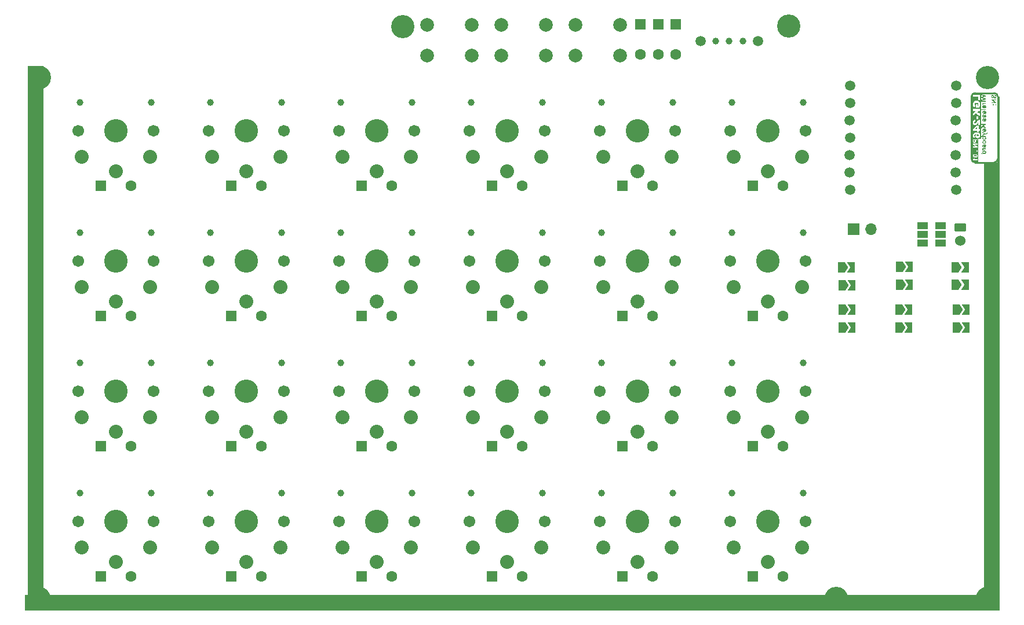
<source format=gbs>
%TF.GenerationSoftware,KiCad,Pcbnew,8.0.1*%
%TF.CreationDate,2024-04-24T14:47:18+09:00*%
%TF.ProjectId,LegionKeys,4c656769-6f6e-44b6-9579-732e6b696361,rev?*%
%TF.SameCoordinates,Original*%
%TF.FileFunction,Soldermask,Bot*%
%TF.FilePolarity,Negative*%
%FSLAX46Y46*%
G04 Gerber Fmt 4.6, Leading zero omitted, Abs format (unit mm)*
G04 Created by KiCad (PCBNEW 8.0.1) date 2024-04-24 14:47:18*
%MOMM*%
%LPD*%
G01*
G04 APERTURE LIST*
G04 Aperture macros list*
%AMRoundRect*
0 Rectangle with rounded corners*
0 $1 Rounding radius*
0 $2 $3 $4 $5 $6 $7 $8 $9 X,Y pos of 4 corners*
0 Add a 4 corners polygon primitive as box body*
4,1,4,$2,$3,$4,$5,$6,$7,$8,$9,$2,$3,0*
0 Add four circle primitives for the rounded corners*
1,1,$1+$1,$2,$3*
1,1,$1+$1,$4,$5*
1,1,$1+$1,$6,$7*
1,1,$1+$1,$8,$9*
0 Add four rect primitives between the rounded corners*
20,1,$1+$1,$2,$3,$4,$5,0*
20,1,$1+$1,$4,$5,$6,$7,0*
20,1,$1+$1,$6,$7,$8,$9,0*
20,1,$1+$1,$8,$9,$2,$3,0*%
%AMFreePoly0*
4,1,6,1.000000,0.000000,0.500000,-0.750000,-0.500000,-0.750000,-0.500000,0.750000,0.500000,0.750000,1.000000,0.000000,1.000000,0.000000,$1*%
%AMFreePoly1*
4,1,6,0.500000,-0.750000,-0.650000,-0.750000,-0.150000,0.000000,-0.650000,0.750000,0.500000,0.750000,0.500000,-0.750000,0.500000,-0.750000,$1*%
G04 Aperture macros list end*
%ADD10C,0.100000*%
%ADD11C,0.150000*%
%ADD12C,0.200000*%
%ADD13C,0.250000*%
%ADD14R,1.600000X1.600000*%
%ADD15C,1.600000*%
%ADD16C,1.701800*%
%ADD17C,0.990600*%
%ADD18C,3.429000*%
%ADD19C,2.032000*%
%ADD20C,1.500000*%
%ADD21C,3.400000*%
%ADD22RoundRect,0.250000X0.625000X-0.350000X0.625000X0.350000X-0.625000X0.350000X-0.625000X-0.350000X0*%
%ADD23C,1.524000*%
%ADD24C,1.000000*%
%ADD25R,1.700000X1.700000*%
%ADD26O,1.700000X1.700000*%
%ADD27C,2.000000*%
%ADD28R,1.500000X1.000000*%
%ADD29FreePoly0,0.000000*%
%ADD30FreePoly1,0.000000*%
G04 APERTURE END LIST*
D10*
X68360000Y-133180000D02*
X210730000Y-133180000D01*
X210730000Y-135380000D01*
X68360000Y-135380000D01*
X68360000Y-133180000D01*
G36*
X68360000Y-133180000D02*
G01*
X210730000Y-133180000D01*
X210730000Y-135380000D01*
X68360000Y-135380000D01*
X68360000Y-133180000D01*
G37*
X210450000Y-60350000D02*
X210750000Y-60350000D01*
X210750000Y-70000000D01*
X210450000Y-70000000D01*
X210450000Y-60350000D01*
G36*
X210450000Y-60350000D02*
G01*
X210750000Y-60350000D01*
X210750000Y-70000000D01*
X210450000Y-70000000D01*
X210450000Y-60350000D01*
G37*
X68780000Y-55780000D02*
X70980000Y-55780000D01*
X70980000Y-135370000D01*
X68780000Y-135370000D01*
X68780000Y-55780000D01*
G36*
X68780000Y-55780000D02*
G01*
X70980000Y-55780000D01*
X70980000Y-135370000D01*
X68780000Y-135370000D01*
X68780000Y-55780000D01*
G37*
X208540000Y-69930000D02*
X210740000Y-69930000D01*
X210740000Y-135380000D01*
X208540000Y-135380000D01*
X208540000Y-69930000D01*
G36*
X208540000Y-69930000D02*
G01*
X210740000Y-69930000D01*
X210740000Y-135380000D01*
X208540000Y-135380000D01*
X208540000Y-69930000D01*
G37*
D11*
G36*
X208806000Y-60121653D02*
G01*
X208094764Y-59953419D01*
X208094764Y-60099085D01*
X208583397Y-60205258D01*
X208094764Y-60334169D01*
X208094764Y-60503429D01*
X208591603Y-60627041D01*
X208094764Y-60735265D01*
X208094764Y-60878538D01*
X208806000Y-60707397D01*
X208806000Y-60556430D01*
X208274283Y-60415893D01*
X208806000Y-60276039D01*
X208806000Y-60121653D01*
G37*
G36*
X208215127Y-60937009D02*
G01*
X208094764Y-60937009D01*
X208094764Y-61072247D01*
X208215127Y-61072247D01*
X208215127Y-60937009D01*
G37*
G36*
X208806000Y-60937009D02*
G01*
X208291722Y-60937009D01*
X208291722Y-61072247D01*
X208806000Y-61072247D01*
X208806000Y-60937009D01*
G37*
G36*
X208806000Y-61338618D02*
G01*
X208806000Y-61203551D01*
X208291722Y-61203551D01*
X208291722Y-61329043D01*
X208364384Y-61329043D01*
X208335676Y-61348498D01*
X208308690Y-61371892D01*
X208296851Y-61386831D01*
X208283432Y-61419960D01*
X208280780Y-61445474D01*
X208284675Y-61479615D01*
X208296359Y-61512793D01*
X208308477Y-61534378D01*
X208434311Y-61492491D01*
X208418357Y-61461523D01*
X208412085Y-61429061D01*
X208418711Y-61395492D01*
X208427472Y-61380847D01*
X208456390Y-61359543D01*
X208483037Y-61349902D01*
X208520946Y-61343477D01*
X208555904Y-61340778D01*
X208592576Y-61339323D01*
X208627864Y-61338717D01*
X208651101Y-61338618D01*
X208806000Y-61338618D01*
G37*
G36*
X208591514Y-61552565D02*
G01*
X208627662Y-61557884D01*
X208661237Y-61566750D01*
X208697157Y-61581575D01*
X208729576Y-61601228D01*
X208754745Y-61622904D01*
X208779316Y-61653391D01*
X208797745Y-61688757D01*
X208808410Y-61721958D01*
X208814809Y-61758548D01*
X208816942Y-61798527D01*
X208815207Y-61833978D01*
X208808977Y-61871188D01*
X208798217Y-61904872D01*
X208780696Y-61938551D01*
X208765874Y-61958523D01*
X208739267Y-61984513D01*
X208707414Y-62005743D01*
X208674695Y-62020617D01*
X208652810Y-61885893D01*
X208676044Y-61876067D01*
X208702905Y-61853066D01*
X208712978Y-61833899D01*
X208718463Y-61799895D01*
X208717249Y-61782933D01*
X208706288Y-61749893D01*
X208683927Y-61721933D01*
X208656911Y-61703958D01*
X208623349Y-61693054D01*
X208587158Y-61689277D01*
X208587158Y-62027798D01*
X208577512Y-62027912D01*
X208540496Y-62027024D01*
X208497749Y-62022886D01*
X208458918Y-62015383D01*
X208424002Y-62004517D01*
X208387271Y-61987036D01*
X208356177Y-61964710D01*
X208342703Y-61951946D01*
X208319730Y-61923884D01*
X208302059Y-61892444D01*
X208289689Y-61857626D01*
X208282620Y-61819431D01*
X208281210Y-61793056D01*
X208379258Y-61793056D01*
X208379529Y-61800704D01*
X208388996Y-61835654D01*
X208410033Y-61863325D01*
X208431932Y-61878695D01*
X208465527Y-61890043D01*
X208499621Y-61893586D01*
X208499621Y-61691671D01*
X208476416Y-61692854D01*
X208441774Y-61701429D01*
X208411572Y-61720052D01*
X208403998Y-61727513D01*
X208385443Y-61757372D01*
X208379258Y-61793056D01*
X208281210Y-61793056D01*
X208280780Y-61785020D01*
X208281062Y-61772463D01*
X208285300Y-61736444D01*
X208294622Y-61702900D01*
X208309030Y-61671833D01*
X208328522Y-61643242D01*
X208353100Y-61617128D01*
X208372003Y-61601580D01*
X208403603Y-61582146D01*
X208439098Y-61567376D01*
X208478488Y-61557270D01*
X208514288Y-61552411D01*
X208552793Y-61550792D01*
X208591514Y-61552565D01*
G37*
G36*
X208806000Y-62135167D02*
G01*
X208094764Y-62135167D01*
X208094764Y-62270404D01*
X208806000Y-62270404D01*
X208806000Y-62135167D01*
G37*
G36*
X208591514Y-62369801D02*
G01*
X208627662Y-62375121D01*
X208661237Y-62383986D01*
X208697157Y-62398812D01*
X208729576Y-62418464D01*
X208754745Y-62440141D01*
X208779316Y-62470627D01*
X208797745Y-62505994D01*
X208808410Y-62539194D01*
X208814809Y-62575784D01*
X208816942Y-62615764D01*
X208815207Y-62651215D01*
X208808977Y-62688425D01*
X208798217Y-62722109D01*
X208780696Y-62755788D01*
X208765874Y-62775759D01*
X208739267Y-62801750D01*
X208707414Y-62822979D01*
X208674695Y-62837854D01*
X208652810Y-62703129D01*
X208676044Y-62693304D01*
X208702905Y-62670303D01*
X208712978Y-62651135D01*
X208718463Y-62617131D01*
X208717249Y-62600169D01*
X208706288Y-62567130D01*
X208683927Y-62539169D01*
X208656911Y-62521194D01*
X208623349Y-62510291D01*
X208587158Y-62506514D01*
X208587158Y-62845034D01*
X208577512Y-62845149D01*
X208540496Y-62844261D01*
X208497749Y-62840122D01*
X208458918Y-62832620D01*
X208424002Y-62821753D01*
X208387271Y-62804272D01*
X208356177Y-62781946D01*
X208342703Y-62769182D01*
X208319730Y-62741121D01*
X208302059Y-62709681D01*
X208289689Y-62674863D01*
X208282620Y-62636667D01*
X208281210Y-62610293D01*
X208379258Y-62610293D01*
X208379529Y-62617941D01*
X208388996Y-62652890D01*
X208410033Y-62680561D01*
X208431932Y-62695932D01*
X208465527Y-62707280D01*
X208499621Y-62710823D01*
X208499621Y-62508907D01*
X208476416Y-62510090D01*
X208441774Y-62518665D01*
X208411572Y-62537288D01*
X208403998Y-62544750D01*
X208385443Y-62574609D01*
X208379258Y-62610293D01*
X208281210Y-62610293D01*
X208280780Y-62602257D01*
X208281062Y-62589700D01*
X208285300Y-62553680D01*
X208294622Y-62520137D01*
X208309030Y-62489070D01*
X208328522Y-62460479D01*
X208353100Y-62434364D01*
X208372003Y-62418817D01*
X208403603Y-62399382D01*
X208439098Y-62384612D01*
X208478488Y-62374506D01*
X208514288Y-62369648D01*
X208552793Y-62368028D01*
X208591514Y-62369801D01*
G37*
G36*
X208663752Y-62904874D02*
G01*
X208641868Y-63040453D01*
X208674951Y-63053575D01*
X208698972Y-63075502D01*
X208713590Y-63107302D01*
X208718387Y-63143823D01*
X208718463Y-63149703D01*
X208715746Y-63185310D01*
X208704709Y-63219608D01*
X208699143Y-63228520D01*
X208668606Y-63246023D01*
X208663069Y-63246301D01*
X208637594Y-63236727D01*
X208622939Y-63203743D01*
X208619813Y-63191420D01*
X208610891Y-63152428D01*
X208602161Y-63117176D01*
X208591518Y-63078370D01*
X208581177Y-63045409D01*
X208567203Y-63009079D01*
X208553819Y-62984204D01*
X208531016Y-62957725D01*
X208500509Y-62936979D01*
X208464862Y-62925808D01*
X208438243Y-62923681D01*
X208402427Y-62927819D01*
X208369992Y-62940234D01*
X208340938Y-62960926D01*
X208326258Y-62975997D01*
X208306361Y-63005842D01*
X208293615Y-63037865D01*
X208285221Y-63075401D01*
X208281490Y-63111964D01*
X208280780Y-63138590D01*
X208282042Y-63175998D01*
X208286705Y-63214855D01*
X208294805Y-63248558D01*
X208308268Y-63280765D01*
X208316683Y-63294344D01*
X208339611Y-63320570D01*
X208368002Y-63341738D01*
X208401857Y-63357848D01*
X208423027Y-63364612D01*
X208444911Y-63237069D01*
X208412392Y-63222140D01*
X208396184Y-63205952D01*
X208382498Y-63174204D01*
X208379258Y-63140983D01*
X208381350Y-63105232D01*
X208390647Y-63070803D01*
X208394133Y-63064560D01*
X208421659Y-63049173D01*
X208446108Y-63062679D01*
X208460053Y-63095834D01*
X208469932Y-63130178D01*
X208479715Y-63169415D01*
X208484234Y-63188855D01*
X208493799Y-63227027D01*
X208504157Y-63260630D01*
X208517245Y-63294061D01*
X208533524Y-63324654D01*
X208544415Y-63339651D01*
X208572611Y-63363693D01*
X208607594Y-63377756D01*
X208645288Y-63381880D01*
X208683272Y-63377241D01*
X208718173Y-63363325D01*
X208746607Y-63343167D01*
X208766334Y-63323237D01*
X208786053Y-63294890D01*
X208800929Y-63261159D01*
X208809825Y-63227962D01*
X208815162Y-63190810D01*
X208816942Y-63149703D01*
X208815493Y-63112062D01*
X208811147Y-63077487D01*
X208802416Y-63041023D01*
X208789741Y-63008732D01*
X208775738Y-62984375D01*
X208753287Y-62956646D01*
X208727140Y-62934153D01*
X208697295Y-62916895D01*
X208663752Y-62904874D01*
G37*
G36*
X208663752Y-63449926D02*
G01*
X208641868Y-63585505D01*
X208674951Y-63598627D01*
X208698972Y-63620554D01*
X208713590Y-63652355D01*
X208718387Y-63688875D01*
X208718463Y-63694755D01*
X208715746Y-63730362D01*
X208704709Y-63764661D01*
X208699143Y-63773572D01*
X208668606Y-63791075D01*
X208663069Y-63791353D01*
X208637594Y-63781779D01*
X208622939Y-63748796D01*
X208619813Y-63736472D01*
X208610891Y-63697480D01*
X208602161Y-63662228D01*
X208591518Y-63623423D01*
X208581177Y-63590461D01*
X208567203Y-63554132D01*
X208553819Y-63529256D01*
X208531016Y-63502777D01*
X208500509Y-63482032D01*
X208464862Y-63470861D01*
X208438243Y-63468733D01*
X208402427Y-63472871D01*
X208369992Y-63485286D01*
X208340938Y-63505978D01*
X208326258Y-63521050D01*
X208306361Y-63550895D01*
X208293615Y-63582917D01*
X208285221Y-63620453D01*
X208281490Y-63657016D01*
X208280780Y-63683642D01*
X208282042Y-63721051D01*
X208286705Y-63759908D01*
X208294805Y-63793611D01*
X208308268Y-63825817D01*
X208316683Y-63839396D01*
X208339611Y-63865622D01*
X208368002Y-63886790D01*
X208401857Y-63902900D01*
X208423027Y-63909665D01*
X208444911Y-63782121D01*
X208412392Y-63767192D01*
X208396184Y-63751004D01*
X208382498Y-63719256D01*
X208379258Y-63686036D01*
X208381350Y-63650284D01*
X208390647Y-63615855D01*
X208394133Y-63609612D01*
X208421659Y-63594225D01*
X208446108Y-63607732D01*
X208460053Y-63640886D01*
X208469932Y-63675230D01*
X208479715Y-63714467D01*
X208484234Y-63733907D01*
X208493799Y-63772079D01*
X208504157Y-63805683D01*
X208517245Y-63839113D01*
X208533524Y-63869706D01*
X208544415Y-63884703D01*
X208572611Y-63908746D01*
X208607594Y-63922809D01*
X208645288Y-63926933D01*
X208683272Y-63922294D01*
X208718173Y-63908378D01*
X208746607Y-63888219D01*
X208766334Y-63868290D01*
X208786053Y-63839942D01*
X208800929Y-63806211D01*
X208809825Y-63773014D01*
X208815162Y-63735862D01*
X208816942Y-63694755D01*
X208815493Y-63657114D01*
X208811147Y-63622539D01*
X208802416Y-63586076D01*
X208789741Y-63553784D01*
X208775738Y-63529427D01*
X208753287Y-63501698D01*
X208727140Y-63479205D01*
X208697295Y-63461948D01*
X208663752Y-63449926D01*
G37*
G36*
X208806000Y-64317599D02*
G01*
X208094764Y-64317599D01*
X208094764Y-64460017D01*
X208409178Y-64460017D01*
X208094764Y-64747588D01*
X208094764Y-64938904D01*
X208371736Y-64673558D01*
X208806000Y-64953265D01*
X208806000Y-64769131D01*
X208474831Y-64575422D01*
X208592116Y-64460017D01*
X208806000Y-64460017D01*
X208806000Y-64317599D01*
G37*
G36*
X208591514Y-64984274D02*
G01*
X208627662Y-64989594D01*
X208661237Y-64998460D01*
X208697157Y-65013285D01*
X208729576Y-65032937D01*
X208754745Y-65054614D01*
X208779316Y-65085100D01*
X208797745Y-65120467D01*
X208808410Y-65153668D01*
X208814809Y-65190258D01*
X208816942Y-65230237D01*
X208815207Y-65265688D01*
X208808977Y-65302898D01*
X208798217Y-65336582D01*
X208780696Y-65370261D01*
X208765874Y-65390233D01*
X208739267Y-65416223D01*
X208707414Y-65437452D01*
X208674695Y-65452327D01*
X208652810Y-65317602D01*
X208676044Y-65307777D01*
X208702905Y-65284776D01*
X208712978Y-65265608D01*
X208718463Y-65231605D01*
X208717249Y-65214642D01*
X208706288Y-65181603D01*
X208683927Y-65153642D01*
X208656911Y-65135667D01*
X208623349Y-65124764D01*
X208587158Y-65120987D01*
X208587158Y-65459508D01*
X208577512Y-65459622D01*
X208540496Y-65458734D01*
X208497749Y-65454595D01*
X208458918Y-65447093D01*
X208424002Y-65436226D01*
X208387271Y-65418745D01*
X208356177Y-65396420D01*
X208342703Y-65383655D01*
X208319730Y-65355594D01*
X208302059Y-65324154D01*
X208289689Y-65289336D01*
X208282620Y-65251140D01*
X208281210Y-65224766D01*
X208379258Y-65224766D01*
X208379529Y-65232414D01*
X208388996Y-65267363D01*
X208410033Y-65295034D01*
X208431932Y-65310405D01*
X208465527Y-65321753D01*
X208499621Y-65325296D01*
X208499621Y-65123381D01*
X208476416Y-65124563D01*
X208441774Y-65133138D01*
X208411572Y-65151762D01*
X208403998Y-65159223D01*
X208385443Y-65189082D01*
X208379258Y-65224766D01*
X208281210Y-65224766D01*
X208280780Y-65216730D01*
X208281062Y-65204173D01*
X208285300Y-65168153D01*
X208294622Y-65134610D01*
X208309030Y-65103543D01*
X208328522Y-65074952D01*
X208353100Y-65048838D01*
X208372003Y-65033290D01*
X208403603Y-65013856D01*
X208439098Y-64999085D01*
X208478488Y-64988979D01*
X208514288Y-64984121D01*
X208552793Y-64982501D01*
X208591514Y-64984274D01*
G37*
G36*
X208291722Y-65502934D02*
G01*
X208291722Y-65646720D01*
X208655888Y-65768963D01*
X208291722Y-65888129D01*
X208291722Y-66028154D01*
X208787364Y-65847780D01*
X208882081Y-65815638D01*
X208913591Y-65801445D01*
X208944662Y-65783651D01*
X208947563Y-65781615D01*
X208973502Y-65758460D01*
X208984150Y-65744685D01*
X208999900Y-65713112D01*
X209006034Y-65693224D01*
X209012171Y-65658488D01*
X209013899Y-65624152D01*
X209012246Y-65587945D01*
X209007287Y-65552414D01*
X209006376Y-65547728D01*
X208908411Y-65535760D01*
X208914079Y-65569534D01*
X208915420Y-65593035D01*
X208910313Y-65627201D01*
X208891728Y-65656596D01*
X208884475Y-65662620D01*
X208854307Y-65680455D01*
X208820493Y-65693324D01*
X208806000Y-65697327D01*
X208291722Y-65502934D01*
G37*
G36*
X208806000Y-66231779D02*
G01*
X208730944Y-66231779D01*
X208751065Y-66247904D01*
X208776237Y-66274855D01*
X208795399Y-66305125D01*
X208802720Y-66321132D01*
X208813386Y-66356101D01*
X208816942Y-66391465D01*
X208815209Y-66418596D01*
X208806964Y-66454393D01*
X208791928Y-66487636D01*
X208770102Y-66518327D01*
X208745989Y-66542602D01*
X208722294Y-66560531D01*
X208689980Y-66578034D01*
X208653435Y-66591161D01*
X208619749Y-66598758D01*
X208583124Y-66603316D01*
X208543561Y-66604836D01*
X208520262Y-66604299D01*
X208483742Y-66601021D01*
X208443731Y-66593153D01*
X208407880Y-66580993D01*
X208376188Y-66564542D01*
X208348655Y-66543799D01*
X208332747Y-66528035D01*
X208310011Y-66498018D01*
X208293771Y-66464909D01*
X208284028Y-66428708D01*
X208280780Y-66389413D01*
X208282516Y-66363259D01*
X208284876Y-66353339D01*
X208379258Y-66353339D01*
X208381206Y-66374171D01*
X208395153Y-66408303D01*
X208419949Y-66434549D01*
X208443404Y-66448462D01*
X208477429Y-66459362D01*
X208514463Y-66464828D01*
X208552109Y-66466350D01*
X208572933Y-66465858D01*
X208610268Y-66461926D01*
X208645399Y-66452802D01*
X208678456Y-66434891D01*
X208692052Y-66422626D01*
X208711860Y-66392833D01*
X208718463Y-66358639D01*
X208718242Y-66351462D01*
X208709151Y-66315189D01*
X208689316Y-66286912D01*
X208662043Y-66265289D01*
X208642545Y-66255563D01*
X208607509Y-66245812D01*
X208573398Y-66241522D01*
X208539115Y-66240327D01*
X208519585Y-66240830D01*
X208484386Y-66244848D01*
X208450944Y-66254170D01*
X208418923Y-66272470D01*
X208403468Y-66287384D01*
X208384836Y-66319206D01*
X208379258Y-66353339D01*
X208284876Y-66353339D01*
X208290781Y-66328521D01*
X208305853Y-66295977D01*
X208327732Y-66265624D01*
X208351903Y-66241353D01*
X208094764Y-66241353D01*
X208094764Y-66106287D01*
X208806000Y-66106287D01*
X208806000Y-66231779D01*
G37*
G36*
X208552624Y-66679337D02*
G01*
X208589277Y-66681831D01*
X208623361Y-66687500D01*
X208659168Y-66697865D01*
X208691621Y-66712376D01*
X208713662Y-66725884D01*
X208742824Y-66750158D01*
X208767307Y-66779246D01*
X208785141Y-66809145D01*
X208799054Y-66841437D01*
X208808991Y-66874541D01*
X208814954Y-66908457D01*
X208816942Y-66943185D01*
X208816642Y-66957203D01*
X208812154Y-66997447D01*
X208802281Y-67034973D01*
X208787022Y-67069783D01*
X208766377Y-67101876D01*
X208740347Y-67131252D01*
X208725637Y-67144635D01*
X208694125Y-67167451D01*
X208659824Y-67185002D01*
X208622734Y-67197288D01*
X208582856Y-67204309D01*
X208547493Y-67206137D01*
X208526174Y-67205486D01*
X208492205Y-67201510D01*
X208454022Y-67191967D01*
X208418651Y-67177219D01*
X208386093Y-67157266D01*
X208356348Y-67132107D01*
X208342843Y-67117858D01*
X208319819Y-67087152D01*
X208302107Y-67053500D01*
X208289709Y-67016903D01*
X208282625Y-66977361D01*
X208280807Y-66942672D01*
X208379258Y-66942672D01*
X208382721Y-66971037D01*
X208398108Y-67004648D01*
X208423027Y-67031235D01*
X208443900Y-67045224D01*
X208476027Y-67058162D01*
X208509580Y-67064894D01*
X208547835Y-67067138D01*
X208572890Y-67066262D01*
X208608967Y-67061213D01*
X208643653Y-67050168D01*
X208674866Y-67031235D01*
X208695940Y-67009783D01*
X208713311Y-66976972D01*
X208718463Y-66942672D01*
X208715014Y-66914281D01*
X208699687Y-66880549D01*
X208674866Y-66853768D01*
X208653876Y-66839711D01*
X208621480Y-66826712D01*
X208587575Y-66819948D01*
X208548861Y-66817693D01*
X208524105Y-66818574D01*
X208488420Y-66823647D01*
X208454048Y-66834744D01*
X208423027Y-66853768D01*
X208401869Y-66875385D01*
X208384430Y-66908332D01*
X208379258Y-66942672D01*
X208280807Y-66942672D01*
X208280780Y-66942159D01*
X208282863Y-66905593D01*
X208289114Y-66870779D01*
X208299533Y-66837718D01*
X208314119Y-66806409D01*
X208327673Y-66784558D01*
X208351948Y-66755434D01*
X208380957Y-66730691D01*
X208410717Y-66712376D01*
X208434595Y-66701104D01*
X208466919Y-66689702D01*
X208503948Y-66681831D01*
X208541680Y-66679207D01*
X208552624Y-66679337D01*
G37*
G36*
X208679848Y-67273868D02*
G01*
X208713809Y-67280663D01*
X208747262Y-67296651D01*
X208773515Y-67318635D01*
X208788273Y-67336862D01*
X208804686Y-67368596D01*
X208814227Y-67405606D01*
X208816942Y-67442930D01*
X208816335Y-67459536D01*
X208810854Y-67494195D01*
X208799674Y-67527048D01*
X208791284Y-67544097D01*
X208771277Y-67574545D01*
X208747699Y-67601249D01*
X208764283Y-67606036D01*
X208772604Y-67608382D01*
X208806000Y-67619030D01*
X208806000Y-67752557D01*
X208803707Y-67751457D01*
X208770395Y-67737597D01*
X208737099Y-67728279D01*
X208707991Y-67724320D01*
X208672523Y-67722296D01*
X208637252Y-67721782D01*
X208478592Y-67723321D01*
X208462475Y-67723162D01*
X208424271Y-67721180D01*
X208389594Y-67716242D01*
X208357032Y-67705198D01*
X208345003Y-67697541D01*
X208320113Y-67672474D01*
X208302322Y-67642965D01*
X208292897Y-67618014D01*
X208285513Y-67583022D01*
X208281811Y-67545764D01*
X208280780Y-67508412D01*
X208280916Y-67496165D01*
X208282960Y-67461716D01*
X208288443Y-67425870D01*
X208298798Y-67390635D01*
X208315658Y-67358300D01*
X208330059Y-67340433D01*
X208356620Y-67317553D01*
X208389132Y-67299380D01*
X208423027Y-67287177D01*
X208444911Y-67409762D01*
X208420572Y-67420205D01*
X208393791Y-67442418D01*
X208383857Y-67463230D01*
X208379258Y-67498838D01*
X208379275Y-67502138D01*
X208382498Y-67538967D01*
X208396184Y-67571329D01*
X208418838Y-67585819D01*
X208452946Y-67590648D01*
X208466795Y-67590648D01*
X208565274Y-67590648D01*
X208590748Y-67590648D01*
X208618969Y-67590022D01*
X208653323Y-67585348D01*
X208670987Y-67577222D01*
X208695724Y-67553206D01*
X208697123Y-67551130D01*
X208712778Y-67519183D01*
X208718463Y-67483450D01*
X208715722Y-67460570D01*
X208698972Y-67429595D01*
X208685966Y-67418415D01*
X208652297Y-67408394D01*
X208633127Y-67412121D01*
X208607161Y-67434895D01*
X208603734Y-67441243D01*
X208592653Y-67474347D01*
X208584935Y-67508412D01*
X208582122Y-67522001D01*
X208574292Y-67557096D01*
X208565274Y-67590648D01*
X208466795Y-67590648D01*
X208474734Y-67568722D01*
X208484049Y-67535368D01*
X208492670Y-67498001D01*
X208500476Y-67459344D01*
X208501335Y-67454984D01*
X208509475Y-67418648D01*
X208519376Y-67384397D01*
X208532448Y-67351803D01*
X208537275Y-67342745D01*
X208558167Y-67315120D01*
X208585277Y-67293845D01*
X208596250Y-67287885D01*
X208629461Y-67276571D01*
X208663581Y-67273157D01*
X208679848Y-67273868D01*
G37*
G36*
X208806000Y-67983196D02*
G01*
X208806000Y-67848129D01*
X208291722Y-67848129D01*
X208291722Y-67973621D01*
X208364384Y-67973621D01*
X208335676Y-67993076D01*
X208308690Y-68016470D01*
X208296851Y-68031409D01*
X208283432Y-68064537D01*
X208280780Y-68090052D01*
X208284675Y-68124192D01*
X208296359Y-68157371D01*
X208308477Y-68178956D01*
X208434311Y-68137069D01*
X208418357Y-68106101D01*
X208412085Y-68073639D01*
X208418711Y-68040070D01*
X208427472Y-68025425D01*
X208456390Y-68004121D01*
X208483037Y-67994480D01*
X208520946Y-67988055D01*
X208555904Y-67985355D01*
X208592576Y-67983901D01*
X208627864Y-67983295D01*
X208651101Y-67983196D01*
X208806000Y-67983196D01*
G37*
G36*
X208577987Y-68205411D02*
G01*
X208614274Y-68209394D01*
X208647814Y-68216441D01*
X208684437Y-68228941D01*
X208717105Y-68245853D01*
X208745818Y-68267177D01*
X208762488Y-68283259D01*
X208786311Y-68313305D01*
X208803328Y-68345772D01*
X208813538Y-68380661D01*
X208816942Y-68417972D01*
X208815935Y-68436864D01*
X208808727Y-68471774D01*
X208795912Y-68503799D01*
X208782202Y-68526853D01*
X208758368Y-68554815D01*
X208730944Y-68577658D01*
X208806000Y-68577658D01*
X208806000Y-68703150D01*
X208094764Y-68703150D01*
X208094764Y-68568084D01*
X208351903Y-68568084D01*
X208335234Y-68552080D01*
X208311410Y-68522336D01*
X208294393Y-68490384D01*
X208284183Y-68456223D01*
X208284107Y-68455415D01*
X208379258Y-68455415D01*
X208381206Y-68476248D01*
X208395153Y-68510379D01*
X208419949Y-68536625D01*
X208443436Y-68550538D01*
X208477574Y-68561438D01*
X208514776Y-68566904D01*
X208552622Y-68568426D01*
X208577475Y-68567624D01*
X208613056Y-68563008D01*
X208646927Y-68552910D01*
X208676917Y-68535600D01*
X208691036Y-68522867D01*
X208711606Y-68491939D01*
X208718463Y-68456441D01*
X208718409Y-68452790D01*
X208711917Y-68419097D01*
X208692280Y-68387936D01*
X208663069Y-68364972D01*
X208644047Y-68356178D01*
X208609012Y-68347362D01*
X208574324Y-68343483D01*
X208539115Y-68342404D01*
X208519817Y-68342911D01*
X208484939Y-68346972D01*
X208451628Y-68356393D01*
X208419436Y-68374888D01*
X208403781Y-68389844D01*
X208384908Y-68421571D01*
X208379258Y-68455415D01*
X208284107Y-68455415D01*
X208280780Y-68419853D01*
X208281840Y-68397058D01*
X208288800Y-68359571D01*
X208302256Y-68325143D01*
X208322207Y-68293775D01*
X208348655Y-68265467D01*
X208366601Y-68251162D01*
X208397188Y-68233280D01*
X208432174Y-68219690D01*
X208471559Y-68210391D01*
X208507742Y-68205921D01*
X208546980Y-68204431D01*
X208577987Y-68205411D01*
G37*
G36*
X210076216Y-60010561D02*
G01*
X210065274Y-60149047D01*
X210100517Y-60158096D01*
X210133015Y-60172909D01*
X210160663Y-60194988D01*
X210164778Y-60199654D01*
X210182883Y-60229135D01*
X210193473Y-60264919D01*
X210196579Y-60302920D01*
X210194320Y-60338903D01*
X210186513Y-60372603D01*
X210169783Y-60404315D01*
X210168027Y-60406528D01*
X210141062Y-60430370D01*
X210108103Y-60441099D01*
X210101006Y-60441406D01*
X210067025Y-60432431D01*
X210059119Y-60426702D01*
X210038369Y-60398053D01*
X210029028Y-60375582D01*
X210018566Y-60341385D01*
X210009006Y-60306509D01*
X210000037Y-60272409D01*
X209997228Y-60261545D01*
X209987783Y-60227467D01*
X209975633Y-60190970D01*
X209962594Y-60159270D01*
X209946257Y-60128349D01*
X209926104Y-60101004D01*
X209899138Y-60075689D01*
X209869701Y-60056592D01*
X209837793Y-60043713D01*
X209803415Y-60037051D01*
X209782660Y-60036036D01*
X209746110Y-60039632D01*
X209711217Y-60050420D01*
X209680933Y-60066468D01*
X209653448Y-60088217D01*
X209630404Y-60115208D01*
X209611801Y-60147442D01*
X209608613Y-60154518D01*
X209596629Y-60188794D01*
X209589269Y-60222395D01*
X209585009Y-60258945D01*
X209583822Y-60293346D01*
X209585279Y-60333203D01*
X209589649Y-60369855D01*
X209596933Y-60403301D01*
X209609519Y-60439204D01*
X209626301Y-60470492D01*
X209643491Y-60493039D01*
X209671502Y-60519383D01*
X209703326Y-60539625D01*
X209738962Y-60553763D01*
X209772541Y-60561024D01*
X209802664Y-60563649D01*
X209802664Y-60421231D01*
X209767457Y-60411478D01*
X209736897Y-60392624D01*
X209727266Y-60382079D01*
X209711488Y-60349990D01*
X209704997Y-60313317D01*
X209704185Y-60291807D01*
X209706623Y-60255730D01*
X209714935Y-60222061D01*
X209729147Y-60194696D01*
X209757902Y-60173913D01*
X209772231Y-60172128D01*
X209804961Y-60184053D01*
X209814119Y-60193328D01*
X209831245Y-60224303D01*
X209843170Y-60257001D01*
X209853938Y-60293518D01*
X209861819Y-60324120D01*
X209871344Y-60361196D01*
X209880941Y-60394461D01*
X209892229Y-60428454D01*
X209905250Y-60460951D01*
X209913452Y-60477822D01*
X209931795Y-60506797D01*
X209956330Y-60533771D01*
X209985431Y-60555614D01*
X210019340Y-60571675D01*
X210054549Y-60580490D01*
X210089806Y-60583713D01*
X210098100Y-60583824D01*
X210135389Y-60580534D01*
X210171176Y-60570667D01*
X210205460Y-60554221D01*
X210212137Y-60550143D01*
X210239882Y-60528993D01*
X210263300Y-60503434D01*
X210282390Y-60473466D01*
X210291125Y-60454912D01*
X210302420Y-60422246D01*
X210310487Y-60385798D01*
X210314899Y-60350802D01*
X210316841Y-60312910D01*
X210316942Y-60301552D01*
X210315443Y-60261287D01*
X210310948Y-60224051D01*
X210303455Y-60189847D01*
X210290508Y-60152801D01*
X210273246Y-60120119D01*
X210255563Y-60096217D01*
X210230505Y-60071379D01*
X210201491Y-60050592D01*
X210168523Y-60033857D01*
X210131599Y-60021172D01*
X210097809Y-60013696D01*
X210076216Y-60010561D01*
G37*
G36*
X210306000Y-60701280D02*
G01*
X209594764Y-60701280D01*
X209594764Y-60839766D01*
X210075361Y-61128192D01*
X209594764Y-61128192D01*
X209594764Y-61260352D01*
X210306000Y-61260352D01*
X210306000Y-61117592D01*
X209832584Y-60833440D01*
X210306000Y-60833440D01*
X210306000Y-60701280D01*
G37*
G36*
X209923027Y-61431835D02*
G01*
X209791722Y-61431835D01*
X209791722Y-61567072D01*
X209923027Y-61567072D01*
X209923027Y-61431835D01*
G37*
G36*
X210306000Y-61431835D02*
G01*
X210174695Y-61431835D01*
X210174695Y-61567072D01*
X210306000Y-61567072D01*
X210306000Y-61431835D01*
G37*
G36*
X207266850Y-68873888D02*
G01*
X207304982Y-68875058D01*
X207342768Y-68877532D01*
X207377117Y-68881822D01*
X207396694Y-68886064D01*
X207430311Y-68898228D01*
X207456704Y-68917522D01*
X207470649Y-68949226D01*
X207471579Y-68961120D01*
X207463020Y-68994907D01*
X207456362Y-69004888D01*
X207427992Y-69025565D01*
X207401994Y-69034637D01*
X207368079Y-69041414D01*
X207334033Y-69045151D01*
X207299512Y-69047287D01*
X207260062Y-69048437D01*
X207231024Y-69048656D01*
X207195251Y-69048351D01*
X207157184Y-69047181D01*
X207119472Y-69044707D01*
X207085209Y-69040417D01*
X207065696Y-69036175D01*
X207031929Y-69023978D01*
X207005344Y-69004546D01*
X206991078Y-68973002D01*
X206990127Y-68961120D01*
X206998686Y-68927332D01*
X207005344Y-68917351D01*
X207033714Y-68896675D01*
X207059712Y-68887602D01*
X207093862Y-68880825D01*
X207128015Y-68877088D01*
X207162576Y-68874952D01*
X207202018Y-68873802D01*
X207231024Y-68873583D01*
X207266850Y-68873888D01*
G37*
G36*
X207187085Y-66752016D02*
G01*
X207186411Y-66790591D01*
X207184045Y-66825661D01*
X207177618Y-66860749D01*
X207176314Y-66864515D01*
X207157827Y-66895182D01*
X207142120Y-66908967D01*
X207110116Y-66922778D01*
X207088093Y-66925038D01*
X207053600Y-66919396D01*
X207025689Y-66902470D01*
X207004742Y-66875065D01*
X206994914Y-66845195D01*
X206991478Y-66810005D01*
X206990356Y-66773981D01*
X206990127Y-66742784D01*
X206990127Y-66674054D01*
X207187085Y-66674054D01*
X207187085Y-66752016D01*
G37*
G36*
X207669720Y-69701235D02*
G01*
X206791986Y-69701235D01*
X206791986Y-69623457D01*
X206869764Y-69623457D01*
X207581000Y-69623457D01*
X207581000Y-69488391D01*
X207066380Y-69488391D01*
X207092847Y-69459698D01*
X207116597Y-69429142D01*
X207137630Y-69396722D01*
X207155947Y-69362440D01*
X207171546Y-69326293D01*
X207176143Y-69313831D01*
X207044838Y-69313831D01*
X207031287Y-69347751D01*
X207014009Y-69379821D01*
X206994609Y-69409553D01*
X206980553Y-69428722D01*
X206955805Y-69457317D01*
X206929091Y-69481039D01*
X206900411Y-69499889D01*
X206869764Y-69513866D01*
X206869764Y-69623457D01*
X206791986Y-69623457D01*
X206791986Y-68961120D01*
X206869764Y-68961120D01*
X206872343Y-68997897D01*
X206880079Y-69031548D01*
X206895622Y-69066858D01*
X206918184Y-69097914D01*
X206943110Y-69121147D01*
X206973040Y-69140948D01*
X207008547Y-69157392D01*
X207049629Y-69170480D01*
X207086511Y-69178534D01*
X207126961Y-69184441D01*
X207170981Y-69188199D01*
X207206337Y-69189609D01*
X207231024Y-69189877D01*
X207267667Y-69189269D01*
X207302326Y-69187443D01*
X207345454Y-69183115D01*
X207385055Y-69176624D01*
X207421129Y-69167969D01*
X207453678Y-69157149D01*
X207489404Y-69140582D01*
X207519621Y-69120635D01*
X207547801Y-69093425D01*
X207569059Y-69061912D01*
X207583396Y-69026096D01*
X207590176Y-68991972D01*
X207591942Y-68961120D01*
X207589153Y-68923924D01*
X207580786Y-68889529D01*
X207566841Y-68857934D01*
X207547318Y-68829141D01*
X207522218Y-68803149D01*
X207512612Y-68795108D01*
X207478493Y-68773726D01*
X207443385Y-68759287D01*
X207402208Y-68747920D01*
X207364896Y-68741038D01*
X207323700Y-68736123D01*
X207278620Y-68733174D01*
X207242261Y-68732252D01*
X207229656Y-68732191D01*
X207193196Y-68732799D01*
X207158702Y-68734625D01*
X207115767Y-68738953D01*
X207076327Y-68745444D01*
X207040380Y-68754100D01*
X207007928Y-68764919D01*
X206972277Y-68781486D01*
X206942085Y-68801434D01*
X206913905Y-68828651D01*
X206892647Y-68860188D01*
X206878310Y-68896045D01*
X206871530Y-68930218D01*
X206869764Y-68961120D01*
X206791986Y-68961120D01*
X206791986Y-68189019D01*
X207066722Y-68189019D01*
X207066722Y-68324256D01*
X207198027Y-68324256D01*
X207198027Y-68189019D01*
X207449695Y-68189019D01*
X207449695Y-68324256D01*
X207581000Y-68324256D01*
X207581000Y-68189019D01*
X207449695Y-68189019D01*
X207198027Y-68189019D01*
X207066722Y-68189019D01*
X206791986Y-68189019D01*
X206791986Y-67186280D01*
X206869764Y-67186280D01*
X206869764Y-67324766D01*
X207350361Y-67613192D01*
X206869764Y-67613192D01*
X206869764Y-67745352D01*
X207581000Y-67745352D01*
X207581000Y-67602592D01*
X207107584Y-67318440D01*
X207581000Y-67318440D01*
X207581000Y-67186280D01*
X206869764Y-67186280D01*
X206791986Y-67186280D01*
X206791986Y-66531636D01*
X206869764Y-66531636D01*
X206869764Y-66674054D01*
X206869764Y-66760052D01*
X206870023Y-66798445D01*
X206871017Y-66838676D01*
X206873118Y-66877560D01*
X206877311Y-66914811D01*
X206880364Y-66929312D01*
X206892160Y-66961884D01*
X206909853Y-66991318D01*
X206933442Y-67017615D01*
X206949094Y-67030868D01*
X206981355Y-67050621D01*
X207014141Y-67062752D01*
X207050796Y-67069775D01*
X207086041Y-67071730D01*
X207120771Y-67069864D01*
X207155553Y-67063412D01*
X207189184Y-67050993D01*
X207194778Y-67048136D01*
X207225192Y-67028662D01*
X207252118Y-67003549D01*
X207264021Y-66988297D01*
X207281648Y-66958621D01*
X207294382Y-66926159D01*
X207297360Y-66914438D01*
X207302680Y-66878137D01*
X207305517Y-66842676D01*
X207306965Y-66806968D01*
X207307448Y-66766891D01*
X207307448Y-66674054D01*
X207581000Y-66674054D01*
X207581000Y-66531636D01*
X206869764Y-66531636D01*
X206791986Y-66531636D01*
X206791986Y-66453858D01*
X207669720Y-66453858D01*
X207669720Y-69701235D01*
G37*
D12*
G36*
X207645356Y-65840891D02*
G01*
X207691558Y-65862336D01*
X207707752Y-65876364D01*
X207736679Y-65919086D01*
X207747895Y-65969858D01*
X207748053Y-65977236D01*
X207738954Y-66027733D01*
X207711660Y-66069316D01*
X207669600Y-66095963D01*
X207620298Y-66105860D01*
X207602728Y-66106441D01*
X207552170Y-66101014D01*
X207505687Y-66080965D01*
X207489888Y-66067850D01*
X207460762Y-66024863D01*
X207451091Y-65976134D01*
X207451053Y-65972595D01*
X207459318Y-65921827D01*
X207484112Y-65879430D01*
X207488667Y-65874410D01*
X207531067Y-65846185D01*
X207579361Y-65835701D01*
X207596378Y-65835087D01*
X207645356Y-65840891D01*
G37*
G36*
X207513579Y-65088192D02*
G01*
X207198262Y-65088192D01*
X207513579Y-64819036D01*
X207513579Y-65088192D01*
G37*
G36*
X208046742Y-66482555D02*
G01*
X206792838Y-66482555D01*
X206792838Y-65974549D01*
X206903949Y-65974549D01*
X206905328Y-66024703D01*
X206910282Y-66076097D01*
X206920161Y-66126362D01*
X206932770Y-66164326D01*
X206955562Y-66209522D01*
X206984646Y-66249061D01*
X207016545Y-66280097D01*
X207057703Y-66309207D01*
X207105615Y-66333065D01*
X207155031Y-66350195D01*
X207185317Y-66072002D01*
X207137000Y-66054923D01*
X207112777Y-66035122D01*
X207092856Y-65989784D01*
X207091528Y-65971618D01*
X207102855Y-65921408D01*
X207136836Y-65881114D01*
X207160160Y-65865861D01*
X207207384Y-65848618D01*
X207258442Y-65838253D01*
X207314664Y-65830687D01*
X207371430Y-65825317D01*
X207336886Y-65860057D01*
X207306970Y-65898680D01*
X207289853Y-65928143D01*
X207273278Y-65972595D01*
X207272774Y-65973947D01*
X207264402Y-66025234D01*
X207263475Y-66050753D01*
X207266772Y-66099760D01*
X207278954Y-66153245D01*
X207300111Y-66202756D01*
X207330245Y-66248294D01*
X207357264Y-66278387D01*
X207400704Y-66314647D01*
X207448960Y-66342000D01*
X207502031Y-66360448D01*
X207551353Y-66369172D01*
X207595157Y-66371444D01*
X207648523Y-66367715D01*
X207699261Y-66356529D01*
X207747372Y-66337885D01*
X207772965Y-66324305D01*
X207815074Y-66295029D01*
X207851001Y-66259957D01*
X207880745Y-66219088D01*
X207894598Y-66193879D01*
X207914433Y-66143570D01*
X207926615Y-66093271D01*
X207933668Y-66037721D01*
X207935631Y-65984808D01*
X207933836Y-65930216D01*
X207928453Y-65879833D01*
X207917635Y-65826370D01*
X207901932Y-65778633D01*
X207884584Y-65742274D01*
X207855260Y-65698891D01*
X207818333Y-65660087D01*
X207779787Y-65629890D01*
X207735420Y-65603199D01*
X207721674Y-65596217D01*
X207669168Y-65574995D01*
X207618655Y-65560953D01*
X207563060Y-65550740D01*
X207512847Y-65545155D01*
X207459104Y-65542230D01*
X207425163Y-65541751D01*
X207375784Y-65542758D01*
X207313899Y-65547232D01*
X207256533Y-65555287D01*
X207203685Y-65566921D01*
X207155355Y-65582134D01*
X207101297Y-65606185D01*
X207054300Y-65635830D01*
X207029490Y-65656301D01*
X206993324Y-65694339D01*
X206963287Y-65736706D01*
X206939380Y-65783401D01*
X206921603Y-65834427D01*
X206909957Y-65889781D01*
X206904440Y-65949464D01*
X206903949Y-65974549D01*
X206792838Y-65974549D01*
X206792838Y-65331946D01*
X206903949Y-65331946D01*
X207513579Y-65331946D01*
X207513579Y-65458464D01*
X207748053Y-65458464D01*
X207748053Y-65331946D01*
X207920000Y-65331946D01*
X207920000Y-65088192D01*
X207748053Y-65088192D01*
X207748053Y-64578457D01*
X207515778Y-64578457D01*
X206903949Y-65088192D01*
X206903949Y-65331946D01*
X206792838Y-65331946D01*
X206792838Y-64080446D01*
X206903949Y-64080446D01*
X206905117Y-64133466D01*
X206909431Y-64189505D01*
X206916925Y-64239280D01*
X206929381Y-64288495D01*
X206937166Y-64310034D01*
X206961233Y-64358020D01*
X206992216Y-64399088D01*
X207030117Y-64433239D01*
X207038527Y-64439239D01*
X207082891Y-64464097D01*
X207130500Y-64479749D01*
X207181352Y-64486194D01*
X207191912Y-64486378D01*
X207241989Y-64482108D01*
X207290830Y-64469299D01*
X207338434Y-64447950D01*
X207364347Y-64432400D01*
X207406509Y-64399900D01*
X207445054Y-64362422D01*
X207479321Y-64323582D01*
X207514721Y-64278542D01*
X207545087Y-64236273D01*
X207574648Y-64193162D01*
X207603381Y-64152486D01*
X207625443Y-64123189D01*
X207657700Y-64085928D01*
X207685526Y-64056266D01*
X207685526Y-64493217D01*
X207920000Y-64493217D01*
X207920000Y-63653754D01*
X207865681Y-63662863D01*
X207812789Y-63677583D01*
X207761323Y-63697912D01*
X207711283Y-63723852D01*
X207683328Y-63741193D01*
X207640409Y-63773170D01*
X207602741Y-63806691D01*
X207563344Y-63846461D01*
X207530581Y-63882777D01*
X207496711Y-63923093D01*
X207461735Y-63967407D01*
X207425652Y-64015722D01*
X207393475Y-64058758D01*
X207359798Y-64101067D01*
X207326406Y-64139000D01*
X207289364Y-64173014D01*
X207246703Y-64197733D01*
X207200949Y-64207452D01*
X207151737Y-64195484D01*
X207123524Y-64173503D01*
X207097652Y-64129745D01*
X207091528Y-64088018D01*
X207100198Y-64039230D01*
X207126210Y-64000334D01*
X207170088Y-63973390D01*
X207221883Y-63958867D01*
X207247843Y-63954661D01*
X207224640Y-63674270D01*
X207175518Y-63682845D01*
X207125475Y-63695851D01*
X207076950Y-63714570D01*
X207040725Y-63734842D01*
X207002386Y-63765826D01*
X206970105Y-63803822D01*
X206943882Y-63848830D01*
X206939364Y-63858674D01*
X206922245Y-63908605D01*
X206911731Y-63961163D01*
X206906163Y-64013463D01*
X206904088Y-64062979D01*
X206903949Y-64080446D01*
X206792838Y-64080446D01*
X206792838Y-63181632D01*
X207435422Y-63181632D01*
X207435422Y-63588297D01*
X207654263Y-63588297D01*
X207654263Y-63181632D01*
X207435422Y-63181632D01*
X206792838Y-63181632D01*
X206792838Y-62089623D01*
X206919581Y-62089623D01*
X206919581Y-62400788D01*
X207297669Y-62400788D01*
X206919581Y-62727096D01*
X206919581Y-63140600D01*
X207296936Y-62773747D01*
X207920000Y-63156964D01*
X207920000Y-62773747D01*
X207508450Y-62561500D01*
X207675757Y-62400788D01*
X207920000Y-62400788D01*
X207920000Y-62089623D01*
X206919581Y-62089623D01*
X206792838Y-62089623D01*
X206792838Y-61426748D01*
X206903949Y-61426748D01*
X206904713Y-61476827D01*
X206907643Y-61531507D01*
X206912773Y-61580279D01*
X206921535Y-61629713D01*
X206935212Y-61676364D01*
X206957986Y-61725346D01*
X206987534Y-61768794D01*
X207023855Y-61806709D01*
X207031933Y-61813628D01*
X207071534Y-61842258D01*
X207116700Y-61866599D01*
X207167430Y-61886651D01*
X207198018Y-61895938D01*
X207247843Y-61595764D01*
X207203629Y-61572673D01*
X207168534Y-61535502D01*
X207166755Y-61532749D01*
X207146418Y-61485937D01*
X207138865Y-61436685D01*
X207138422Y-61419909D01*
X207143697Y-61365628D01*
X207159520Y-61317916D01*
X207185892Y-61276773D01*
X207205101Y-61256755D01*
X207248751Y-61227356D01*
X207297867Y-61209301D01*
X207348807Y-61199739D01*
X207398386Y-61196176D01*
X207416127Y-61195938D01*
X207470646Y-61198102D01*
X207526438Y-61206096D01*
X207573816Y-61219981D01*
X207617657Y-61243062D01*
X207635457Y-61257487D01*
X207667217Y-61295934D01*
X207688582Y-61342032D01*
X207699554Y-61395780D01*
X207701158Y-61428946D01*
X207698593Y-61479809D01*
X207690900Y-61528353D01*
X207678116Y-61575955D01*
X207660472Y-61625710D01*
X207655973Y-61637041D01*
X207591737Y-61637041D01*
X207591737Y-61428946D01*
X207357264Y-61428946D01*
X207357264Y-61909616D01*
X207763196Y-61909616D01*
X207792927Y-61867267D01*
X207824480Y-61818495D01*
X207851534Y-61771955D01*
X207874088Y-61727648D01*
X207894715Y-61678778D01*
X207899483Y-61665373D01*
X207913568Y-61617092D01*
X207924194Y-61565001D01*
X207931360Y-61509101D01*
X207934749Y-61458153D01*
X207935631Y-61413558D01*
X207934152Y-61359151D01*
X207929716Y-61307976D01*
X207920488Y-61250832D01*
X207907001Y-61198341D01*
X207889255Y-61150505D01*
X207875059Y-61121200D01*
X207845730Y-61074251D01*
X207810745Y-61032142D01*
X207770103Y-60994871D01*
X207723804Y-60962438D01*
X207694808Y-60946078D01*
X207648600Y-60924995D01*
X207599919Y-60908273D01*
X207548766Y-60895914D01*
X207495139Y-60887917D01*
X207439040Y-60884282D01*
X207419790Y-60884040D01*
X207369772Y-60885698D01*
X207312504Y-60892063D01*
X207258242Y-60903203D01*
X207206986Y-60919117D01*
X207158734Y-60939805D01*
X207135736Y-60951939D01*
X207092450Y-60979709D01*
X207053269Y-61011909D01*
X207018193Y-61048539D01*
X206987221Y-61089601D01*
X206960353Y-61135093D01*
X206952309Y-61151242D01*
X206933466Y-61199404D01*
X206919251Y-61254345D01*
X206910750Y-61306832D01*
X206905649Y-61364300D01*
X206903996Y-61415994D01*
X206903949Y-61426748D01*
X206792838Y-61426748D01*
X206792838Y-60013070D01*
X206919581Y-60013070D01*
X206919581Y-60324235D01*
X207669895Y-60324235D01*
X207669895Y-60809790D01*
X207920000Y-60809790D01*
X207920000Y-60013070D01*
X206919581Y-60013070D01*
X206792838Y-60013070D01*
X206792838Y-59901959D01*
X208046742Y-59901959D01*
X208046742Y-66482555D01*
G37*
D13*
%TO.C,REF\u002A\u002A*%
X206678553Y-69421447D02*
X206678553Y-60278553D01*
X210021447Y-59778553D02*
X207178553Y-59778553D01*
X210021447Y-69921447D02*
X207178553Y-69921447D01*
X210521447Y-69421447D02*
X210521447Y-60278553D01*
D10*
X207620000Y-69835000D02*
X206825000Y-69835000D01*
X206825000Y-69679600D01*
X207620000Y-69679600D01*
X207620000Y-69835000D01*
G36*
X207620000Y-69835000D02*
G01*
X206825000Y-69835000D01*
X206825000Y-69679600D01*
X207620000Y-69679600D01*
X207620000Y-69835000D01*
G37*
D13*
X206678553Y-60278553D02*
G75*
G02*
X207178553Y-59778553I500001J-1D01*
G01*
X207178553Y-69921447D02*
G75*
G02*
X206678553Y-69421447I-3J499997D01*
G01*
X210021447Y-59778553D02*
G75*
G02*
X210521447Y-60278553I-1J-500001D01*
G01*
X210521447Y-69421447D02*
G75*
G02*
X210021447Y-69921447I-499997J-3D01*
G01*
%TD*%
D14*
%TO.C,D19*%
X79509280Y-130530000D03*
D15*
X83909280Y-130530000D03*
%TD*%
D14*
%TO.C,D18*%
X174759280Y-111480000D03*
D15*
X179159280Y-111480000D03*
%TD*%
D16*
%TO.C,SW8*%
X95209280Y-84380000D03*
D17*
X95489280Y-80180000D03*
D18*
X100709280Y-84380000D03*
D17*
X105929280Y-80180000D03*
D16*
X106209280Y-84380000D03*
D19*
X100709280Y-90280000D03*
X95709280Y-88180000D03*
X105709280Y-88180000D03*
%TD*%
D14*
%TO.C,D5*%
X155709280Y-73380000D03*
D15*
X160109280Y-73380000D03*
%TD*%
D20*
%TO.C,U1*%
X188930000Y-58680000D03*
X188980800Y-61220000D03*
X188879200Y-63760000D03*
X188930000Y-66300000D03*
X188828400Y-68840000D03*
X188879200Y-71380000D03*
X188930000Y-73920000D03*
X204424000Y-73920000D03*
X204373200Y-71380000D03*
X204322400Y-68840000D03*
X204424000Y-66300000D03*
X204373200Y-63760000D03*
X204474800Y-61220000D03*
X204424000Y-58680000D03*
%TD*%
D16*
%TO.C,SW19*%
X76159280Y-122480000D03*
D17*
X76439280Y-118280000D03*
D18*
X81659280Y-122480000D03*
D17*
X86879280Y-118280000D03*
D16*
X87159280Y-122480000D03*
D19*
X81659280Y-128380000D03*
X76659280Y-126280000D03*
X86659280Y-126280000D03*
%TD*%
D14*
%TO.C,D13*%
X79509280Y-111480000D03*
D15*
X83909280Y-111480000D03*
%TD*%
D14*
%TO.C,D24*%
X174759280Y-130530000D03*
D15*
X179159280Y-130530000D03*
%TD*%
D14*
%TO.C,D2*%
X98559280Y-73380000D03*
D15*
X102959280Y-73380000D03*
%TD*%
D16*
%TO.C,SW2*%
X95209280Y-65330000D03*
D17*
X95489280Y-61130000D03*
D18*
X100709280Y-65330000D03*
D17*
X105929280Y-61130000D03*
D16*
X106209280Y-65330000D03*
D19*
X100709280Y-71230000D03*
X95709280Y-69130000D03*
X105709280Y-69130000D03*
%TD*%
D14*
%TO.C,D10*%
X136659280Y-92430000D03*
D15*
X141059280Y-92430000D03*
%TD*%
D21*
%TO.C,REF\u002A\u002A*%
X209050000Y-57500000D03*
%TD*%
D14*
%TO.C,D22*%
X136659280Y-130530000D03*
D15*
X141059280Y-130530000D03*
%TD*%
D14*
%TO.C,D14*%
X98559280Y-111480000D03*
D15*
X102959280Y-111480000D03*
%TD*%
D14*
%TO.C,D17*%
X155709280Y-111480000D03*
D15*
X160109280Y-111480000D03*
%TD*%
D16*
%TO.C,SW3*%
X114259280Y-65330000D03*
D17*
X114539280Y-61130000D03*
D18*
X119759280Y-65330000D03*
D17*
X124979280Y-61130000D03*
D16*
X125259280Y-65330000D03*
D19*
X119759280Y-71230000D03*
X114759280Y-69130000D03*
X124759280Y-69130000D03*
%TD*%
D22*
%TO.C,J3*%
X205009280Y-79430000D03*
D23*
X205009280Y-81430000D03*
%TD*%
D21*
%TO.C,REF\u002A\u002A*%
X70470000Y-57500000D03*
%TD*%
D14*
%TO.C,D4*%
X136659280Y-73380000D03*
D15*
X141059280Y-73380000D03*
%TD*%
D16*
%TO.C,SW6*%
X171409280Y-65330000D03*
D17*
X171689280Y-61130000D03*
D18*
X176909280Y-65330000D03*
D17*
X182129280Y-61130000D03*
D16*
X182409280Y-65330000D03*
D19*
X176909280Y-71230000D03*
X171909280Y-69130000D03*
X181909280Y-69130000D03*
%TD*%
D16*
%TO.C,SW7*%
X76159280Y-84380000D03*
D17*
X76439280Y-80180000D03*
D18*
X81659280Y-84380000D03*
D17*
X86879280Y-80180000D03*
D16*
X87159280Y-84380000D03*
D19*
X81659280Y-90280000D03*
X76659280Y-88180000D03*
X86659280Y-88180000D03*
%TD*%
D20*
%TO.C,SW25*%
X175500000Y-52150000D03*
X167100000Y-52150000D03*
D24*
X173300000Y-52150000D03*
X171300000Y-52150000D03*
X169300000Y-52150000D03*
%TD*%
D16*
%TO.C,SW15*%
X114259280Y-103430000D03*
D17*
X114539280Y-99230000D03*
D18*
X119759280Y-103430000D03*
D17*
X124979280Y-99230000D03*
D16*
X125259280Y-103430000D03*
D19*
X119759280Y-109330000D03*
X114759280Y-107230000D03*
X124759280Y-107230000D03*
%TD*%
D16*
%TO.C,SW13*%
X76159280Y-103430000D03*
D17*
X76439280Y-99230000D03*
D18*
X81659280Y-103430000D03*
D17*
X86879280Y-99230000D03*
D16*
X87159280Y-103430000D03*
D19*
X81659280Y-109330000D03*
X76659280Y-107230000D03*
X86659280Y-107230000D03*
%TD*%
D14*
%TO.C,D7*%
X79509280Y-92430000D03*
D15*
X83909280Y-92430000D03*
%TD*%
D16*
%TO.C,SW17*%
X152359280Y-103430000D03*
D17*
X152639280Y-99230000D03*
D18*
X157859280Y-103430000D03*
D17*
X163079280Y-99230000D03*
D16*
X163359280Y-103430000D03*
D19*
X157859280Y-109330000D03*
X152859280Y-107230000D03*
X162859280Y-107230000D03*
%TD*%
D14*
%TO.C,D25*%
X158300000Y-49700000D03*
D15*
X158300000Y-54100000D03*
%TD*%
D14*
%TO.C,D11*%
X155709280Y-92430000D03*
D15*
X160109280Y-92430000D03*
%TD*%
D16*
%TO.C,SW20*%
X95209280Y-122480000D03*
D17*
X95489280Y-118280000D03*
D18*
X100709280Y-122480000D03*
D17*
X105929280Y-118280000D03*
D16*
X106209280Y-122480000D03*
D19*
X100709280Y-128380000D03*
X95709280Y-126280000D03*
X105709280Y-126280000D03*
%TD*%
D25*
%TO.C,U2*%
X189469280Y-79680000D03*
D26*
X192009280Y-79680000D03*
%TD*%
D27*
%TO.C,SWE2*%
X148800000Y-49800000D03*
X155300000Y-49800000D03*
X148800000Y-54300000D03*
X155300000Y-54300000D03*
%TD*%
D16*
%TO.C,SW4*%
X133309280Y-65330000D03*
D17*
X133589280Y-61130000D03*
D18*
X138809280Y-65330000D03*
D17*
X144029280Y-61130000D03*
D16*
X144309280Y-65330000D03*
D19*
X138809280Y-71230000D03*
X133809280Y-69130000D03*
X143809280Y-69130000D03*
%TD*%
D14*
%TO.C,D8*%
X98559280Y-92430000D03*
D15*
X102959280Y-92430000D03*
%TD*%
D16*
%TO.C,SW23*%
X152359280Y-122480000D03*
D17*
X152639280Y-118280000D03*
D18*
X157859280Y-122480000D03*
D17*
X163079280Y-118280000D03*
D16*
X163359280Y-122480000D03*
D19*
X157859280Y-128380000D03*
X152859280Y-126280000D03*
X162859280Y-126280000D03*
%TD*%
D16*
%TO.C,SW18*%
X171409280Y-103430000D03*
D17*
X171689280Y-99230000D03*
D18*
X176909280Y-103430000D03*
D17*
X182129280Y-99230000D03*
D16*
X182409280Y-103430000D03*
D19*
X176909280Y-109330000D03*
X171909280Y-107230000D03*
X181909280Y-107230000D03*
%TD*%
D16*
%TO.C,SW24*%
X171409280Y-122480000D03*
D17*
X171689280Y-118280000D03*
D18*
X176909280Y-122480000D03*
D17*
X182129280Y-118280000D03*
D16*
X182409280Y-122480000D03*
D19*
X176909280Y-128380000D03*
X171909280Y-126280000D03*
X181909280Y-126280000D03*
%TD*%
D14*
%TO.C,D12*%
X174759280Y-92430000D03*
D15*
X179159280Y-92430000D03*
%TD*%
D16*
%TO.C,SW5*%
X152359280Y-65330000D03*
D17*
X152639280Y-61130000D03*
D18*
X157859280Y-65330000D03*
D17*
X163079280Y-61130000D03*
D16*
X163359280Y-65330000D03*
D19*
X157859280Y-71230000D03*
X152859280Y-69130000D03*
X162859280Y-69130000D03*
%TD*%
D16*
%TO.C,SW1*%
X76159280Y-65330000D03*
D17*
X76439280Y-61130000D03*
D18*
X81659280Y-65330000D03*
D17*
X86879280Y-61130000D03*
D16*
X87159280Y-65330000D03*
D19*
X81659280Y-71230000D03*
X76659280Y-69130000D03*
X86659280Y-69130000D03*
%TD*%
D21*
%TO.C,REF\u002A\u002A*%
X186950000Y-133700000D03*
%TD*%
%TO.C,REF\u002A\u002A*%
X209050000Y-133700000D03*
%TD*%
%TO.C,REF\u002A\u002A*%
X180000000Y-50000000D03*
%TD*%
D14*
%TO.C,D9*%
X117609280Y-92430000D03*
D15*
X122009280Y-92430000D03*
%TD*%
D16*
%TO.C,SW10*%
X133309280Y-84380000D03*
D17*
X133589280Y-80180000D03*
D18*
X138809280Y-84380000D03*
D17*
X144029280Y-80180000D03*
D16*
X144309280Y-84380000D03*
D19*
X138809280Y-90280000D03*
X133809280Y-88180000D03*
X143809280Y-88180000D03*
%TD*%
D14*
%TO.C,D23*%
X155709280Y-130530000D03*
D15*
X160109280Y-130530000D03*
%TD*%
D27*
%TO.C,SWE0*%
X127150000Y-49800000D03*
X133650000Y-49800000D03*
X127150000Y-54300000D03*
X133650000Y-54300000D03*
%TD*%
D14*
%TO.C,D16*%
X136659280Y-111480000D03*
D15*
X141059280Y-111480000D03*
%TD*%
D16*
%TO.C,SW11*%
X152359280Y-84380000D03*
D17*
X152639280Y-80180000D03*
D18*
X157859280Y-84380000D03*
D17*
X163079280Y-80180000D03*
D16*
X163359280Y-84380000D03*
D19*
X157859280Y-90280000D03*
X152859280Y-88180000D03*
X162859280Y-88180000D03*
%TD*%
D14*
%TO.C,D26*%
X160900000Y-49700000D03*
D15*
X160900000Y-54100000D03*
%TD*%
D14*
%TO.C,D1*%
X79509280Y-73380000D03*
D15*
X83909280Y-73380000D03*
%TD*%
D14*
%TO.C,D15*%
X117609280Y-111480000D03*
D15*
X122009280Y-111480000D03*
%TD*%
D16*
%TO.C,SW12*%
X171409280Y-84380000D03*
D17*
X171689280Y-80180000D03*
D18*
X176909280Y-84380000D03*
D17*
X182129280Y-80180000D03*
D16*
X182409280Y-84380000D03*
D19*
X176909280Y-90280000D03*
X171909280Y-88180000D03*
X181909280Y-88180000D03*
%TD*%
D14*
%TO.C,D21*%
X117609280Y-130530000D03*
D15*
X122009280Y-130530000D03*
%TD*%
D21*
%TO.C,REF\u002A\u002A*%
X70460000Y-133700000D03*
%TD*%
D14*
%TO.C,D3*%
X117609280Y-73380000D03*
D15*
X122009280Y-73380000D03*
%TD*%
D27*
%TO.C,SWE1*%
X138000000Y-49800000D03*
X144500000Y-49800000D03*
X138000000Y-54300000D03*
X144500000Y-54300000D03*
%TD*%
D16*
%TO.C,SW9*%
X114259280Y-84380000D03*
D17*
X114539280Y-80180000D03*
D18*
X119759280Y-84380000D03*
D17*
X124979280Y-80180000D03*
D16*
X125259280Y-84380000D03*
D19*
X119759280Y-90280000D03*
X114759280Y-88180000D03*
X124759280Y-88180000D03*
%TD*%
D16*
%TO.C,SW22*%
X133309280Y-122480000D03*
D17*
X133589280Y-118280000D03*
D18*
X138809280Y-122480000D03*
D17*
X144029280Y-118280000D03*
D16*
X144309280Y-122480000D03*
D19*
X138809280Y-128380000D03*
X133809280Y-126280000D03*
X143809280Y-126280000D03*
%TD*%
D14*
%TO.C,D6*%
X174759280Y-73380000D03*
D15*
X179159280Y-73380000D03*
%TD*%
D14*
%TO.C,D27*%
X163500000Y-49700000D03*
D15*
X163500000Y-54100000D03*
%TD*%
D16*
%TO.C,SW14*%
X95209280Y-103430000D03*
D17*
X95489280Y-99230000D03*
D18*
X100709280Y-103430000D03*
D17*
X105929280Y-99230000D03*
D16*
X106209280Y-103430000D03*
D19*
X100709280Y-109330000D03*
X95709280Y-107230000D03*
X105709280Y-107230000D03*
%TD*%
D14*
%TO.C,D20*%
X98559280Y-130530000D03*
D15*
X102959280Y-130530000D03*
%TD*%
D16*
%TO.C,SW21*%
X114259280Y-122480000D03*
D17*
X114539280Y-118280000D03*
D18*
X119759280Y-122480000D03*
D17*
X124979280Y-118280000D03*
D16*
X125259280Y-122480000D03*
D19*
X119759280Y-128380000D03*
X114759280Y-126280000D03*
X124759280Y-126280000D03*
%TD*%
D21*
%TO.C,REF\u002A\u002A*%
X123580000Y-50030000D03*
%TD*%
D16*
%TO.C,SW16*%
X133309280Y-103430000D03*
D17*
X133589280Y-99230000D03*
D18*
X138809280Y-103430000D03*
D17*
X144029280Y-99230000D03*
D16*
X144309280Y-103430000D03*
D19*
X138809280Y-109330000D03*
X133809280Y-107230000D03*
X143809280Y-107230000D03*
%TD*%
D28*
%TO.C,JP_BATT+B1*%
X199500000Y-81750000D03*
X199500000Y-80450000D03*
X199500000Y-79150000D03*
%TD*%
D29*
%TO.C,JPB-2*%
X196112500Y-87835000D03*
D30*
X197562500Y-87835000D03*
%TD*%
D29*
%TO.C,JPB-6*%
X196087500Y-91457500D03*
D30*
X197537500Y-91457500D03*
%TD*%
D29*
%TO.C,JPB-10*%
X187786320Y-94057500D03*
D30*
X189236320Y-94057500D03*
%TD*%
D29*
%TO.C,JPB-5*%
X187786320Y-91457500D03*
D30*
X189236320Y-91457500D03*
%TD*%
D29*
%TO.C,JPB-8*%
X204462500Y-94082500D03*
D30*
X205912500Y-94082500D03*
%TD*%
D29*
%TO.C,JPB-4*%
X204312500Y-87857500D03*
D30*
X205762500Y-87857500D03*
%TD*%
D29*
%TO.C,JPB-13*%
X196112500Y-85230000D03*
D30*
X197562500Y-85230000D03*
%TD*%
D29*
%TO.C,JPB-14*%
X187737500Y-87882500D03*
D30*
X189187500Y-87882500D03*
%TD*%
D28*
%TO.C,JP_BATT-B1*%
X202150000Y-81750000D03*
X202150000Y-80450000D03*
X202150000Y-79150000D03*
%TD*%
D29*
%TO.C,JPB-12*%
X187712500Y-85257500D03*
D30*
X189162500Y-85257500D03*
%TD*%
D29*
%TO.C,JPB-9*%
X196087500Y-94082500D03*
D30*
X197537500Y-94082500D03*
%TD*%
D29*
%TO.C,JPB-11*%
X204312500Y-85257500D03*
D30*
X205762500Y-85257500D03*
%TD*%
D29*
%TO.C,JPB-7*%
X204462500Y-91457500D03*
D30*
X205912500Y-91457500D03*
%TD*%
M02*

</source>
